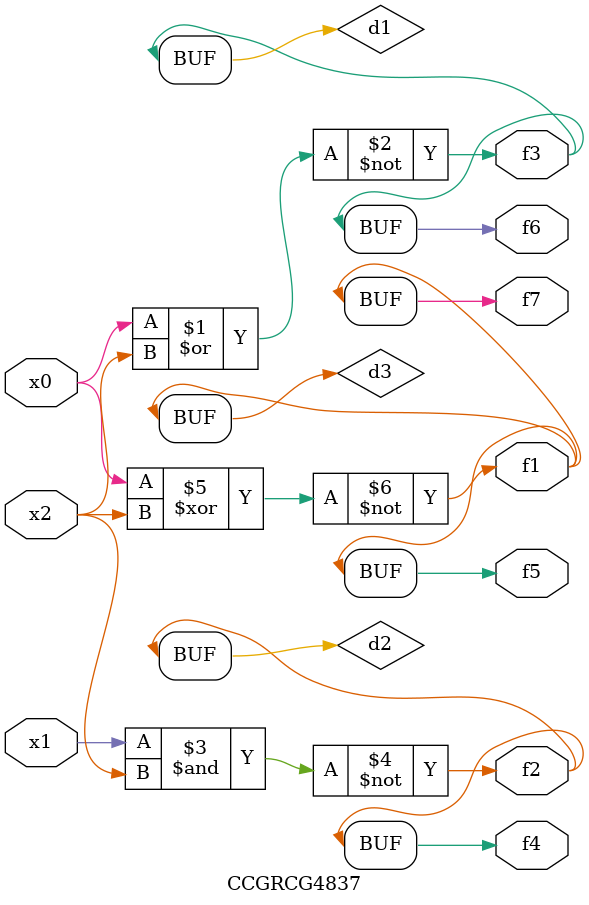
<source format=v>
module CCGRCG4837(
	input x0, x1, x2,
	output f1, f2, f3, f4, f5, f6, f7
);

	wire d1, d2, d3;

	nor (d1, x0, x2);
	nand (d2, x1, x2);
	xnor (d3, x0, x2);
	assign f1 = d3;
	assign f2 = d2;
	assign f3 = d1;
	assign f4 = d2;
	assign f5 = d3;
	assign f6 = d1;
	assign f7 = d3;
endmodule

</source>
